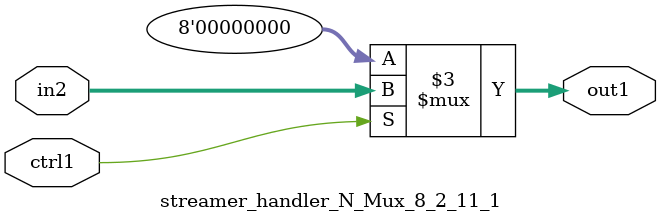
<source format=v>

`timescale 1ps / 1ps


module streamer_handler_N_Mux_8_2_11_1( in2, ctrl1, out1 );

    input [7:0] in2;
    input ctrl1;
    output [7:0] out1;
    reg [7:0] out1;

    
    // rtl_process:streamer_handler_N_Mux_8_2_11_1/streamer_handler_N_Mux_8_2_11_1_thread_1
    always @*
      begin : streamer_handler_N_Mux_8_2_11_1_thread_1
        case (ctrl1) 
          1'b1: 
            begin
              out1 = in2;
            end
          default: 
            begin
              out1 = 8'd000;
            end
        endcase
      end

endmodule


</source>
